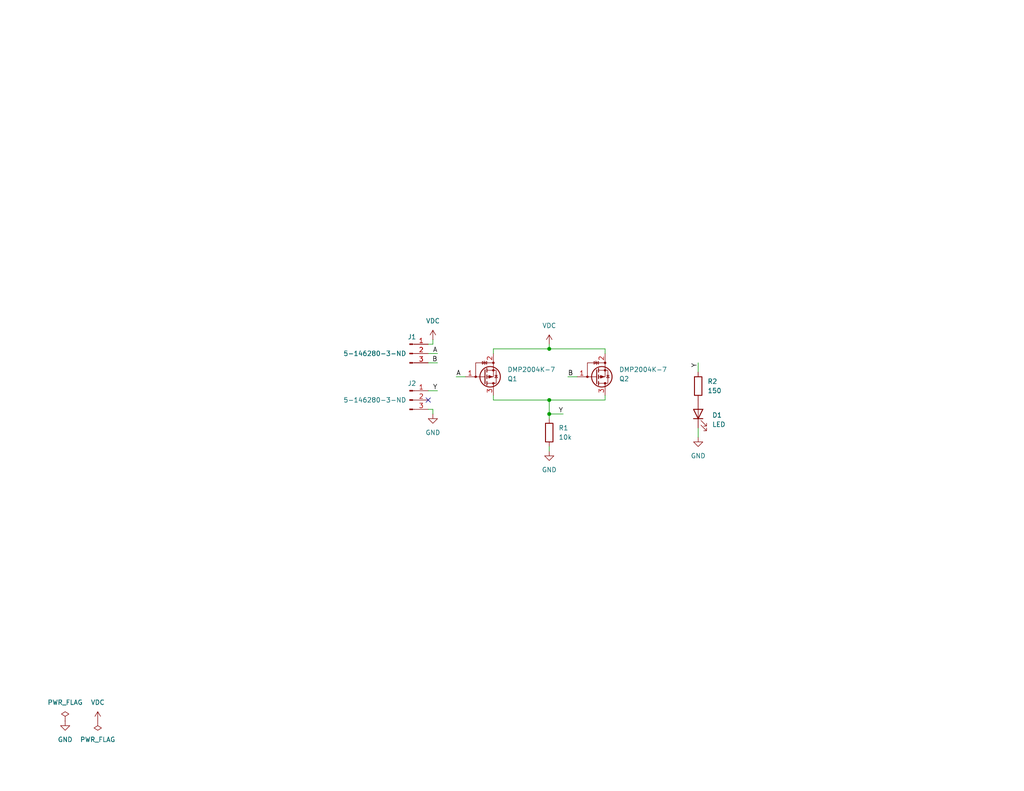
<source format=kicad_sch>
(kicad_sch
	(version 20250114)
	(generator "eeschema")
	(generator_version "9.0")
	(uuid "a97cdf9c-3547-4f1e-b5fe-d70f5ed2f396")
	(paper "USLetter")
	(title_block
		(title "NAND")
		(date "2025-03-24")
		(rev "1")
	)
	(lib_symbols
		(symbol "Connector:Conn_01x03_Pin"
			(pin_names
				(offset 1.016)
				(hide yes)
			)
			(exclude_from_sim no)
			(in_bom yes)
			(on_board yes)
			(property "Reference" "J"
				(at 0 5.08 0)
				(effects
					(font
						(size 1.27 1.27)
					)
				)
			)
			(property "Value" "Conn_01x03_Pin"
				(at 0 -5.08 0)
				(effects
					(font
						(size 1.27 1.27)
					)
				)
			)
			(property "Footprint" ""
				(at 0 0 0)
				(effects
					(font
						(size 1.27 1.27)
					)
					(hide yes)
				)
			)
			(property "Datasheet" "~"
				(at 0 0 0)
				(effects
					(font
						(size 1.27 1.27)
					)
					(hide yes)
				)
			)
			(property "Description" "Generic connector, single row, 01x03, script generated"
				(at 0 0 0)
				(effects
					(font
						(size 1.27 1.27)
					)
					(hide yes)
				)
			)
			(property "ki_locked" ""
				(at 0 0 0)
				(effects
					(font
						(size 1.27 1.27)
					)
				)
			)
			(property "ki_keywords" "connector"
				(at 0 0 0)
				(effects
					(font
						(size 1.27 1.27)
					)
					(hide yes)
				)
			)
			(property "ki_fp_filters" "Connector*:*_1x??_*"
				(at 0 0 0)
				(effects
					(font
						(size 1.27 1.27)
					)
					(hide yes)
				)
			)
			(symbol "Conn_01x03_Pin_1_1"
				(rectangle
					(start 0.8636 2.667)
					(end 0 2.413)
					(stroke
						(width 0.1524)
						(type default)
					)
					(fill
						(type outline)
					)
				)
				(rectangle
					(start 0.8636 0.127)
					(end 0 -0.127)
					(stroke
						(width 0.1524)
						(type default)
					)
					(fill
						(type outline)
					)
				)
				(rectangle
					(start 0.8636 -2.413)
					(end 0 -2.667)
					(stroke
						(width 0.1524)
						(type default)
					)
					(fill
						(type outline)
					)
				)
				(polyline
					(pts
						(xy 1.27 2.54) (xy 0.8636 2.54)
					)
					(stroke
						(width 0.1524)
						(type default)
					)
					(fill
						(type none)
					)
				)
				(polyline
					(pts
						(xy 1.27 0) (xy 0.8636 0)
					)
					(stroke
						(width 0.1524)
						(type default)
					)
					(fill
						(type none)
					)
				)
				(polyline
					(pts
						(xy 1.27 -2.54) (xy 0.8636 -2.54)
					)
					(stroke
						(width 0.1524)
						(type default)
					)
					(fill
						(type none)
					)
				)
				(pin passive line
					(at 5.08 2.54 180)
					(length 3.81)
					(name "Pin_1"
						(effects
							(font
								(size 1.27 1.27)
							)
						)
					)
					(number "1"
						(effects
							(font
								(size 1.27 1.27)
							)
						)
					)
				)
				(pin passive line
					(at 5.08 0 180)
					(length 3.81)
					(name "Pin_2"
						(effects
							(font
								(size 1.27 1.27)
							)
						)
					)
					(number "2"
						(effects
							(font
								(size 1.27 1.27)
							)
						)
					)
				)
				(pin passive line
					(at 5.08 -2.54 180)
					(length 3.81)
					(name "Pin_3"
						(effects
							(font
								(size 1.27 1.27)
							)
						)
					)
					(number "3"
						(effects
							(font
								(size 1.27 1.27)
							)
						)
					)
				)
			)
			(embedded_fonts no)
		)
		(symbol "Device:LED"
			(pin_numbers
				(hide yes)
			)
			(pin_names
				(offset 1.016)
				(hide yes)
			)
			(exclude_from_sim no)
			(in_bom yes)
			(on_board yes)
			(property "Reference" "D"
				(at 0 2.54 0)
				(effects
					(font
						(size 1.27 1.27)
					)
				)
			)
			(property "Value" "LED"
				(at 0 -2.54 0)
				(effects
					(font
						(size 1.27 1.27)
					)
				)
			)
			(property "Footprint" ""
				(at 0 0 0)
				(effects
					(font
						(size 1.27 1.27)
					)
					(hide yes)
				)
			)
			(property "Datasheet" "~"
				(at 0 0 0)
				(effects
					(font
						(size 1.27 1.27)
					)
					(hide yes)
				)
			)
			(property "Description" "Light emitting diode"
				(at 0 0 0)
				(effects
					(font
						(size 1.27 1.27)
					)
					(hide yes)
				)
			)
			(property "Sim.Pins" "1=K 2=A"
				(at 0 0 0)
				(effects
					(font
						(size 1.27 1.27)
					)
					(hide yes)
				)
			)
			(property "ki_keywords" "LED diode"
				(at 0 0 0)
				(effects
					(font
						(size 1.27 1.27)
					)
					(hide yes)
				)
			)
			(property "ki_fp_filters" "LED* LED_SMD:* LED_THT:*"
				(at 0 0 0)
				(effects
					(font
						(size 1.27 1.27)
					)
					(hide yes)
				)
			)
			(symbol "LED_0_1"
				(polyline
					(pts
						(xy -3.048 -0.762) (xy -4.572 -2.286) (xy -3.81 -2.286) (xy -4.572 -2.286) (xy -4.572 -1.524)
					)
					(stroke
						(width 0)
						(type default)
					)
					(fill
						(type none)
					)
				)
				(polyline
					(pts
						(xy -1.778 -0.762) (xy -3.302 -2.286) (xy -2.54 -2.286) (xy -3.302 -2.286) (xy -3.302 -1.524)
					)
					(stroke
						(width 0)
						(type default)
					)
					(fill
						(type none)
					)
				)
				(polyline
					(pts
						(xy -1.27 0) (xy 1.27 0)
					)
					(stroke
						(width 0)
						(type default)
					)
					(fill
						(type none)
					)
				)
				(polyline
					(pts
						(xy -1.27 -1.27) (xy -1.27 1.27)
					)
					(stroke
						(width 0.254)
						(type default)
					)
					(fill
						(type none)
					)
				)
				(polyline
					(pts
						(xy 1.27 -1.27) (xy 1.27 1.27) (xy -1.27 0) (xy 1.27 -1.27)
					)
					(stroke
						(width 0.254)
						(type default)
					)
					(fill
						(type none)
					)
				)
			)
			(symbol "LED_1_1"
				(pin passive line
					(at -3.81 0 0)
					(length 2.54)
					(name "K"
						(effects
							(font
								(size 1.27 1.27)
							)
						)
					)
					(number "1"
						(effects
							(font
								(size 1.27 1.27)
							)
						)
					)
				)
				(pin passive line
					(at 3.81 0 180)
					(length 2.54)
					(name "A"
						(effects
							(font
								(size 1.27 1.27)
							)
						)
					)
					(number "2"
						(effects
							(font
								(size 1.27 1.27)
							)
						)
					)
				)
			)
			(embedded_fonts no)
		)
		(symbol "Device:R"
			(pin_numbers
				(hide yes)
			)
			(pin_names
				(offset 0)
			)
			(exclude_from_sim no)
			(in_bom yes)
			(on_board yes)
			(property "Reference" "R"
				(at 2.032 0 90)
				(effects
					(font
						(size 1.27 1.27)
					)
				)
			)
			(property "Value" "R"
				(at 0 0 90)
				(effects
					(font
						(size 1.27 1.27)
					)
				)
			)
			(property "Footprint" ""
				(at -1.778 0 90)
				(effects
					(font
						(size 1.27 1.27)
					)
					(hide yes)
				)
			)
			(property "Datasheet" "~"
				(at 0 0 0)
				(effects
					(font
						(size 1.27 1.27)
					)
					(hide yes)
				)
			)
			(property "Description" "Resistor"
				(at 0 0 0)
				(effects
					(font
						(size 1.27 1.27)
					)
					(hide yes)
				)
			)
			(property "ki_keywords" "R res resistor"
				(at 0 0 0)
				(effects
					(font
						(size 1.27 1.27)
					)
					(hide yes)
				)
			)
			(property "ki_fp_filters" "R_*"
				(at 0 0 0)
				(effects
					(font
						(size 1.27 1.27)
					)
					(hide yes)
				)
			)
			(symbol "R_0_1"
				(rectangle
					(start -1.016 -2.54)
					(end 1.016 2.54)
					(stroke
						(width 0.254)
						(type default)
					)
					(fill
						(type none)
					)
				)
			)
			(symbol "R_1_1"
				(pin passive line
					(at 0 3.81 270)
					(length 1.27)
					(name "~"
						(effects
							(font
								(size 1.27 1.27)
							)
						)
					)
					(number "1"
						(effects
							(font
								(size 1.27 1.27)
							)
						)
					)
				)
				(pin passive line
					(at 0 -3.81 90)
					(length 1.27)
					(name "~"
						(effects
							(font
								(size 1.27 1.27)
							)
						)
					)
					(number "2"
						(effects
							(font
								(size 1.27 1.27)
							)
						)
					)
				)
			)
			(embedded_fonts no)
		)
		(symbol "Logic:DMP2004K-7"
			(pin_names
				(offset 0)
				(hide yes)
			)
			(exclude_from_sim no)
			(in_bom yes)
			(on_board yes)
			(property "Reference" "Q"
				(at 5.08 1.905 0)
				(effects
					(font
						(size 1.27 1.27)
					)
					(justify left)
				)
			)
			(property "Value" "DMP2004K-7"
				(at 5.08 0 0)
				(effects
					(font
						(size 1.27 1.27)
					)
					(justify left)
				)
			)
			(property "Footprint" "Package_TO_SOT_SMD:SOT-23"
				(at 5.08 2.54 0)
				(effects
					(font
						(size 1.27 1.27)
					)
					(hide yes)
				)
			)
			(property "Datasheet" "https://www.diodes.com/assets/Datasheets/ds30933.pdf"
				(at 0 0 0)
				(effects
					(font
						(size 1.27 1.27)
					)
					(hide yes)
				)
			)
			(property "Description" "P-channel enhancement mode MOSFET"
				(at 0 0 0)
				(effects
					(font
						(size 1.27 1.27)
					)
					(hide yes)
				)
			)
			(property "ki_keywords" "transistor PMOS P-MOS P-MOSFET"
				(at 0 0 0)
				(effects
					(font
						(size 1.27 1.27)
					)
					(hide yes)
				)
			)
			(symbol "DMP2004K-7_0_1"
				(polyline
					(pts
						(xy 0.254 1.905) (xy 0.254 -1.905)
					)
					(stroke
						(width 0.254)
						(type default)
					)
					(fill
						(type none)
					)
				)
				(polyline
					(pts
						(xy 0.254 0) (xy -2.54 0)
					)
					(stroke
						(width 0)
						(type default)
					)
					(fill
						(type none)
					)
				)
				(polyline
					(pts
						(xy 0.762 2.286) (xy 0.762 1.27)
					)
					(stroke
						(width 0.254)
						(type default)
					)
					(fill
						(type none)
					)
				)
				(polyline
					(pts
						(xy 0.762 1.778) (xy 3.302 1.778) (xy 3.302 -1.778) (xy 0.762 -1.778)
					)
					(stroke
						(width 0)
						(type default)
					)
					(fill
						(type none)
					)
				)
				(polyline
					(pts
						(xy 0.762 0.508) (xy 0.762 -0.508)
					)
					(stroke
						(width 0.254)
						(type default)
					)
					(fill
						(type none)
					)
				)
				(polyline
					(pts
						(xy 0.762 -1.27) (xy 0.762 -2.286)
					)
					(stroke
						(width 0.254)
						(type default)
					)
					(fill
						(type none)
					)
				)
				(circle
					(center 1.651 0)
					(radius 2.794)
					(stroke
						(width 0.254)
						(type default)
					)
					(fill
						(type none)
					)
				)
				(polyline
					(pts
						(xy 2.286 0) (xy 1.27 0.381) (xy 1.27 -0.381) (xy 2.286 0)
					)
					(stroke
						(width 0)
						(type default)
					)
					(fill
						(type outline)
					)
				)
				(polyline
					(pts
						(xy 2.54 2.54) (xy 2.54 1.778)
					)
					(stroke
						(width 0)
						(type default)
					)
					(fill
						(type none)
					)
				)
				(circle
					(center 2.54 1.778)
					(radius 0.254)
					(stroke
						(width 0)
						(type default)
					)
					(fill
						(type outline)
					)
				)
				(circle
					(center 2.54 -1.778)
					(radius 0.254)
					(stroke
						(width 0)
						(type default)
					)
					(fill
						(type outline)
					)
				)
				(polyline
					(pts
						(xy 2.54 -3.81) (xy -2.286 -3.81) (xy -2.286 0)
					)
					(stroke
						(width 0)
						(type default)
					)
					(fill
						(type none)
					)
				)
				(polyline
					(pts
						(xy 2.54 -3.81) (xy 2.54 0) (xy 0.762 0)
					)
					(stroke
						(width 0)
						(type default)
					)
					(fill
						(type none)
					)
				)
				(polyline
					(pts
						(xy 2.921 -0.381) (xy 3.683 -0.381)
					)
					(stroke
						(width 0)
						(type default)
					)
					(fill
						(type none)
					)
				)
				(polyline
					(pts
						(xy 3.302 -0.381) (xy 2.921 0.254) (xy 3.683 0.254) (xy 3.302 -0.381)
					)
					(stroke
						(width 0)
						(type default)
					)
					(fill
						(type none)
					)
				)
			)
			(symbol "DMP2004K-7_1_1"
				(circle
					(center -2.286 0)
					(radius 0.254)
					(stroke
						(width 0)
						(type default)
					)
					(fill
						(type outline)
					)
				)
				(polyline
					(pts
						(xy 0 -4.318) (xy 0.127 -4.191) (xy 0.127 -3.429) (xy 0.254 -3.302)
					)
					(stroke
						(width 0)
						(type default)
					)
					(fill
						(type none)
					)
				)
				(polyline
					(pts
						(xy 0.127 -3.81) (xy -0.508 -3.429) (xy -0.508 -4.191) (xy 0.127 -3.81)
					)
					(stroke
						(width 0)
						(type default)
					)
					(fill
						(type none)
					)
				)
				(polyline
					(pts
						(xy 0.127 -3.81) (xy 0.762 -4.191) (xy 0.762 -3.429) (xy 0.127 -3.81)
					)
					(stroke
						(width 0)
						(type default)
					)
					(fill
						(type none)
					)
				)
				(circle
					(center 2.54 -3.81)
					(radius 0.254)
					(stroke
						(width 0)
						(type default)
					)
					(fill
						(type outline)
					)
				)
				(pin input line
					(at -5.08 0 0)
					(length 2.54)
					(name "G"
						(effects
							(font
								(size 1.27 1.27)
							)
						)
					)
					(number "1"
						(effects
							(font
								(size 1.27 1.27)
							)
						)
					)
				)
				(pin passive line
					(at 2.54 5.08 270)
					(length 2.54)
					(name "D"
						(effects
							(font
								(size 1.27 1.27)
							)
						)
					)
					(number "3"
						(effects
							(font
								(size 1.27 1.27)
							)
						)
					)
				)
				(pin passive line
					(at 2.54 -6.35 90)
					(length 2.54)
					(name "S"
						(effects
							(font
								(size 1.27 1.27)
							)
						)
					)
					(number "2"
						(effects
							(font
								(size 1.27 1.27)
							)
						)
					)
				)
			)
			(embedded_fonts no)
		)
		(symbol "power:GND"
			(power)
			(pin_numbers
				(hide yes)
			)
			(pin_names
				(offset 0)
				(hide yes)
			)
			(exclude_from_sim no)
			(in_bom yes)
			(on_board yes)
			(property "Reference" "#PWR"
				(at 0 -6.35 0)
				(effects
					(font
						(size 1.27 1.27)
					)
					(hide yes)
				)
			)
			(property "Value" "GND"
				(at 0 -3.81 0)
				(effects
					(font
						(size 1.27 1.27)
					)
				)
			)
			(property "Footprint" ""
				(at 0 0 0)
				(effects
					(font
						(size 1.27 1.27)
					)
					(hide yes)
				)
			)
			(property "Datasheet" ""
				(at 0 0 0)
				(effects
					(font
						(size 1.27 1.27)
					)
					(hide yes)
				)
			)
			(property "Description" "Power symbol creates a global label with name \"GND\" , ground"
				(at 0 0 0)
				(effects
					(font
						(size 1.27 1.27)
					)
					(hide yes)
				)
			)
			(property "ki_keywords" "global power"
				(at 0 0 0)
				(effects
					(font
						(size 1.27 1.27)
					)
					(hide yes)
				)
			)
			(symbol "GND_0_1"
				(polyline
					(pts
						(xy 0 0) (xy 0 -1.27) (xy 1.27 -1.27) (xy 0 -2.54) (xy -1.27 -1.27) (xy 0 -1.27)
					)
					(stroke
						(width 0)
						(type default)
					)
					(fill
						(type none)
					)
				)
			)
			(symbol "GND_1_1"
				(pin power_in line
					(at 0 0 270)
					(length 0)
					(name "~"
						(effects
							(font
								(size 1.27 1.27)
							)
						)
					)
					(number "1"
						(effects
							(font
								(size 1.27 1.27)
							)
						)
					)
				)
			)
			(embedded_fonts no)
		)
		(symbol "power:PWR_FLAG"
			(power)
			(pin_numbers
				(hide yes)
			)
			(pin_names
				(offset 0)
				(hide yes)
			)
			(exclude_from_sim no)
			(in_bom yes)
			(on_board yes)
			(property "Reference" "#FLG"
				(at 0 1.905 0)
				(effects
					(font
						(size 1.27 1.27)
					)
					(hide yes)
				)
			)
			(property "Value" "PWR_FLAG"
				(at 0 3.81 0)
				(effects
					(font
						(size 1.27 1.27)
					)
				)
			)
			(property "Footprint" ""
				(at 0 0 0)
				(effects
					(font
						(size 1.27 1.27)
					)
					(hide yes)
				)
			)
			(property "Datasheet" "~"
				(at 0 0 0)
				(effects
					(font
						(size 1.27 1.27)
					)
					(hide yes)
				)
			)
			(property "Description" "Special symbol for telling ERC where power comes from"
				(at 0 0 0)
				(effects
					(font
						(size 1.27 1.27)
					)
					(hide yes)
				)
			)
			(property "ki_keywords" "flag power"
				(at 0 0 0)
				(effects
					(font
						(size 1.27 1.27)
					)
					(hide yes)
				)
			)
			(symbol "PWR_FLAG_0_0"
				(pin power_out line
					(at 0 0 90)
					(length 0)
					(name "~"
						(effects
							(font
								(size 1.27 1.27)
							)
						)
					)
					(number "1"
						(effects
							(font
								(size 1.27 1.27)
							)
						)
					)
				)
			)
			(symbol "PWR_FLAG_0_1"
				(polyline
					(pts
						(xy 0 0) (xy 0 1.27) (xy -1.016 1.905) (xy 0 2.54) (xy 1.016 1.905) (xy 0 1.27)
					)
					(stroke
						(width 0)
						(type default)
					)
					(fill
						(type none)
					)
				)
			)
			(embedded_fonts no)
		)
		(symbol "power:VDC"
			(power)
			(pin_numbers
				(hide yes)
			)
			(pin_names
				(offset 0)
				(hide yes)
			)
			(exclude_from_sim no)
			(in_bom yes)
			(on_board yes)
			(property "Reference" "#PWR"
				(at 0 -3.81 0)
				(effects
					(font
						(size 1.27 1.27)
					)
					(hide yes)
				)
			)
			(property "Value" "VDC"
				(at 0 3.556 0)
				(effects
					(font
						(size 1.27 1.27)
					)
				)
			)
			(property "Footprint" ""
				(at 0 0 0)
				(effects
					(font
						(size 1.27 1.27)
					)
					(hide yes)
				)
			)
			(property "Datasheet" ""
				(at 0 0 0)
				(effects
					(font
						(size 1.27 1.27)
					)
					(hide yes)
				)
			)
			(property "Description" "Power symbol creates a global label with name \"VDC\""
				(at 0 0 0)
				(effects
					(font
						(size 1.27 1.27)
					)
					(hide yes)
				)
			)
			(property "ki_keywords" "global power"
				(at 0 0 0)
				(effects
					(font
						(size 1.27 1.27)
					)
					(hide yes)
				)
			)
			(symbol "VDC_0_1"
				(polyline
					(pts
						(xy -0.762 1.27) (xy 0 2.54)
					)
					(stroke
						(width 0)
						(type default)
					)
					(fill
						(type none)
					)
				)
				(polyline
					(pts
						(xy 0 2.54) (xy 0.762 1.27)
					)
					(stroke
						(width 0)
						(type default)
					)
					(fill
						(type none)
					)
				)
				(polyline
					(pts
						(xy 0 0) (xy 0 2.54)
					)
					(stroke
						(width 0)
						(type default)
					)
					(fill
						(type none)
					)
				)
			)
			(symbol "VDC_1_1"
				(pin power_in line
					(at 0 0 90)
					(length 0)
					(name "~"
						(effects
							(font
								(size 1.27 1.27)
							)
						)
					)
					(number "1"
						(effects
							(font
								(size 1.27 1.27)
							)
						)
					)
				)
			)
			(embedded_fonts no)
		)
	)
	(junction
		(at 149.86 95.25)
		(diameter 0)
		(color 0 0 0 0)
		(uuid "2b59684e-2591-484b-a667-7f74682e9b74")
	)
	(junction
		(at 149.86 109.22)
		(diameter 0)
		(color 0 0 0 0)
		(uuid "6364b2b8-603e-43dd-97f3-21d17407d5e7")
	)
	(junction
		(at 149.86 113.03)
		(diameter 0)
		(color 0 0 0 0)
		(uuid "9d3a0a83-e082-47d5-b55a-c507fecee112")
	)
	(no_connect
		(at 116.84 109.22)
		(uuid "24179fc8-e3d0-41be-bfa2-b531fcd31194")
	)
	(wire
		(pts
			(xy 119.38 106.68) (xy 116.84 106.68)
		)
		(stroke
			(width 0)
			(type default)
		)
		(uuid "071cb283-01cb-43ef-9d6f-27fbc4e52f0f")
	)
	(wire
		(pts
			(xy 154.94 102.87) (xy 157.48 102.87)
		)
		(stroke
			(width 0)
			(type default)
		)
		(uuid "1715f96a-f31e-4044-800f-db7d7cda2a5b")
	)
	(wire
		(pts
			(xy 149.86 95.25) (xy 165.1 95.25)
		)
		(stroke
			(width 0)
			(type default)
		)
		(uuid "281fee75-3def-4c45-9407-515d0b1179f2")
	)
	(wire
		(pts
			(xy 149.86 123.19) (xy 149.86 121.92)
		)
		(stroke
			(width 0)
			(type default)
		)
		(uuid "2dc819ba-8b5e-4230-a4c9-208464915efb")
	)
	(wire
		(pts
			(xy 118.11 111.76) (xy 118.11 113.03)
		)
		(stroke
			(width 0)
			(type default)
		)
		(uuid "2f55af26-4510-4a4c-9ef0-a0d81060be8d")
	)
	(wire
		(pts
			(xy 149.86 109.22) (xy 149.86 113.03)
		)
		(stroke
			(width 0)
			(type default)
		)
		(uuid "360bfa8d-5864-42cf-a6be-c950009e8006")
	)
	(wire
		(pts
			(xy 118.11 92.71) (xy 118.11 93.98)
		)
		(stroke
			(width 0)
			(type default)
		)
		(uuid "47f2263e-71fe-4568-a518-57c7ea568fe0")
	)
	(wire
		(pts
			(xy 116.84 111.76) (xy 118.11 111.76)
		)
		(stroke
			(width 0)
			(type default)
		)
		(uuid "6613f9a6-dcfb-49e5-b40f-e73e62d9a3f8")
	)
	(wire
		(pts
			(xy 134.62 109.22) (xy 149.86 109.22)
		)
		(stroke
			(width 0)
			(type default)
		)
		(uuid "7b007f1c-c27d-4572-a38b-915928b88a58")
	)
	(wire
		(pts
			(xy 153.67 113.03) (xy 149.86 113.03)
		)
		(stroke
			(width 0)
			(type default)
		)
		(uuid "89f1d4da-6693-42f9-b32d-f3865294660f")
	)
	(wire
		(pts
			(xy 165.1 109.22) (xy 165.1 107.95)
		)
		(stroke
			(width 0)
			(type default)
		)
		(uuid "986cf93a-28c5-4b26-ba39-cb375b6c9a92")
	)
	(wire
		(pts
			(xy 190.5 99.06) (xy 190.5 101.6)
		)
		(stroke
			(width 0)
			(type default)
		)
		(uuid "9f4c8a9d-cce3-4694-8c45-caacbb477e92")
	)
	(wire
		(pts
			(xy 134.62 95.25) (xy 149.86 95.25)
		)
		(stroke
			(width 0)
			(type default)
		)
		(uuid "a2899d51-0f4e-4b3c-a8d3-286136d6240c")
	)
	(wire
		(pts
			(xy 124.46 102.87) (xy 127 102.87)
		)
		(stroke
			(width 0)
			(type default)
		)
		(uuid "a560e953-bf90-436d-9a2e-dbb93de961fe")
	)
	(wire
		(pts
			(xy 149.86 109.22) (xy 165.1 109.22)
		)
		(stroke
			(width 0)
			(type default)
		)
		(uuid "a5c458d7-c6f1-4d99-8198-fe428eeb6c1f")
	)
	(wire
		(pts
			(xy 165.1 95.25) (xy 165.1 96.52)
		)
		(stroke
			(width 0)
			(type default)
		)
		(uuid "a5df5e08-9580-4683-8293-ce1b42a3bd0e")
	)
	(wire
		(pts
			(xy 134.62 109.22) (xy 134.62 107.95)
		)
		(stroke
			(width 0)
			(type default)
		)
		(uuid "ad6632ea-7dd4-4ece-91de-db3d44e8b5f0")
	)
	(wire
		(pts
			(xy 119.38 96.52) (xy 116.84 96.52)
		)
		(stroke
			(width 0)
			(type default)
		)
		(uuid "ca870acc-9b86-4caf-9c73-726cf0ecb385")
	)
	(wire
		(pts
			(xy 134.62 95.25) (xy 134.62 96.52)
		)
		(stroke
			(width 0)
			(type default)
		)
		(uuid "cb3c6088-717e-4196-aaab-a0566dbab053")
	)
	(wire
		(pts
			(xy 149.86 93.98) (xy 149.86 95.25)
		)
		(stroke
			(width 0)
			(type default)
		)
		(uuid "ddeda924-ee59-4d0a-ab4a-64f8641a6e85")
	)
	(wire
		(pts
			(xy 149.86 113.03) (xy 149.86 114.3)
		)
		(stroke
			(width 0)
			(type default)
		)
		(uuid "e6b8d05c-3844-45b3-ab4b-2ba2264e8105")
	)
	(wire
		(pts
			(xy 190.5 119.38) (xy 190.5 116.84)
		)
		(stroke
			(width 0)
			(type default)
		)
		(uuid "ef1c9456-5eb8-4390-9d1b-a98e7b656f25")
	)
	(wire
		(pts
			(xy 118.11 93.98) (xy 116.84 93.98)
		)
		(stroke
			(width 0)
			(type default)
		)
		(uuid "f83cb7ba-19e4-4897-aeea-72e0355d8fe9")
	)
	(wire
		(pts
			(xy 119.38 99.06) (xy 116.84 99.06)
		)
		(stroke
			(width 0)
			(type default)
		)
		(uuid "fdc12bc7-6b83-49b0-aaff-5bb6613f936c")
	)
	(label "B"
		(at 119.38 99.06 180)
		(effects
			(font
				(size 1.27 1.27)
			)
			(justify right bottom)
		)
		(uuid "6ef47a2d-f85a-4ab1-a382-7823a188e065")
	)
	(label "Y"
		(at 153.67 113.03 180)
		(effects
			(font
				(size 1.27 1.27)
			)
			(justify right bottom)
		)
		(uuid "7be05160-5e9f-428a-a7f2-8eee417ff739")
	)
	(label "Y"
		(at 190.5 99.06 270)
		(effects
			(font
				(size 1.27 1.27)
			)
			(justify right bottom)
		)
		(uuid "98f0bcfb-f050-4f57-942f-ee0644c2f68c")
	)
	(label "Y"
		(at 119.38 106.68 180)
		(effects
			(font
				(size 1.27 1.27)
			)
			(justify right bottom)
		)
		(uuid "a408627d-919d-4cea-b4b8-4c266d6aa7f8")
	)
	(label "A"
		(at 119.38 96.52 180)
		(effects
			(font
				(size 1.27 1.27)
			)
			(justify right bottom)
		)
		(uuid "ca65f0ce-4ac6-4bb5-a8fb-4f5319be946d")
	)
	(label "B"
		(at 154.94 102.87 0)
		(effects
			(font
				(size 1.27 1.27)
			)
			(justify left bottom)
		)
		(uuid "cac4b422-3c82-4758-b875-ccbd004046c0")
	)
	(label "A"
		(at 124.46 102.87 0)
		(effects
			(font
				(size 1.27 1.27)
			)
			(justify left bottom)
		)
		(uuid "faad17dc-e96f-4102-873e-a930cbc89641")
	)
	(symbol
		(lib_id "power:GND")
		(at 149.86 123.19 0)
		(unit 1)
		(exclude_from_sim no)
		(in_bom yes)
		(on_board yes)
		(dnp no)
		(fields_autoplaced yes)
		(uuid "19f2d892-c117-4745-94f6-2c1525fa9dd2")
		(property "Reference" "#PWR08"
			(at 149.86 129.54 0)
			(effects
				(font
					(size 1.27 1.27)
				)
				(hide yes)
			)
		)
		(property "Value" "GND"
			(at 149.86 128.27 0)
			(effects
				(font
					(size 1.27 1.27)
				)
			)
		)
		(property "Footprint" ""
			(at 149.86 123.19 0)
			(effects
				(font
					(size 1.27 1.27)
				)
				(hide yes)
			)
		)
		(property "Datasheet" ""
			(at 149.86 123.19 0)
			(effects
				(font
					(size 1.27 1.27)
				)
				(hide yes)
			)
		)
		(property "Description" "Power symbol creates a global label with name \"GND\" , ground"
			(at 149.86 123.19 0)
			(effects
				(font
					(size 1.27 1.27)
				)
				(hide yes)
			)
		)
		(pin "1"
			(uuid "f99182f1-614e-430d-abae-49911bd5a35d")
		)
		(instances
			(project "NAND"
				(path "/a97cdf9c-3547-4f1e-b5fe-d70f5ed2f396"
					(reference "#PWR08")
					(unit 1)
				)
			)
		)
	)
	(symbol
		(lib_id "power:GND")
		(at 190.5 119.38 0)
		(unit 1)
		(exclude_from_sim no)
		(in_bom yes)
		(on_board yes)
		(dnp no)
		(fields_autoplaced yes)
		(uuid "2d32cb1a-ed96-4c41-b40f-4e4b627defe4")
		(property "Reference" "#PWR09"
			(at 190.5 125.73 0)
			(effects
				(font
					(size 1.27 1.27)
				)
				(hide yes)
			)
		)
		(property "Value" "GND"
			(at 190.5 124.46 0)
			(effects
				(font
					(size 1.27 1.27)
				)
			)
		)
		(property "Footprint" ""
			(at 190.5 119.38 0)
			(effects
				(font
					(size 1.27 1.27)
				)
				(hide yes)
			)
		)
		(property "Datasheet" ""
			(at 190.5 119.38 0)
			(effects
				(font
					(size 1.27 1.27)
				)
				(hide yes)
			)
		)
		(property "Description" "Power symbol creates a global label with name \"GND\" , ground"
			(at 190.5 119.38 0)
			(effects
				(font
					(size 1.27 1.27)
				)
				(hide yes)
			)
		)
		(pin "1"
			(uuid "2f7b96c4-6957-4e28-8ee0-ef9e3543254b")
		)
		(instances
			(project "NAND"
				(path "/a97cdf9c-3547-4f1e-b5fe-d70f5ed2f396"
					(reference "#PWR09")
					(unit 1)
				)
			)
		)
	)
	(symbol
		(lib_id "power:GND")
		(at 118.11 113.03 0)
		(unit 1)
		(exclude_from_sim no)
		(in_bom yes)
		(on_board yes)
		(dnp no)
		(fields_autoplaced yes)
		(uuid "3473c40a-c325-48e7-89de-2d3050fcd5b6")
		(property "Reference" "#PWR06"
			(at 118.11 119.38 0)
			(effects
				(font
					(size 1.27 1.27)
				)
				(hide yes)
			)
		)
		(property "Value" "GND"
			(at 118.11 118.11 0)
			(effects
				(font
					(size 1.27 1.27)
				)
			)
		)
		(property "Footprint" ""
			(at 118.11 113.03 0)
			(effects
				(font
					(size 1.27 1.27)
				)
				(hide yes)
			)
		)
		(property "Datasheet" ""
			(at 118.11 113.03 0)
			(effects
				(font
					(size 1.27 1.27)
				)
				(hide yes)
			)
		)
		(property "Description" "Power symbol creates a global label with name \"GND\" , ground"
			(at 118.11 113.03 0)
			(effects
				(font
					(size 1.27 1.27)
				)
				(hide yes)
			)
		)
		(pin "1"
			(uuid "9f9cf809-f712-4daf-af63-eebacdcbea91")
		)
		(instances
			(project "NAND"
				(path "/a97cdf9c-3547-4f1e-b5fe-d70f5ed2f396"
					(reference "#PWR06")
					(unit 1)
				)
			)
		)
	)
	(symbol
		(lib_id "Device:R")
		(at 190.5 105.41 0)
		(unit 1)
		(exclude_from_sim no)
		(in_bom yes)
		(on_board yes)
		(dnp no)
		(fields_autoplaced yes)
		(uuid "406a865e-a7a8-4bb1-ace0-59b6def5f417")
		(property "Reference" "R2"
			(at 193.04 104.1399 0)
			(effects
				(font
					(size 1.27 1.27)
				)
				(justify left)
			)
		)
		(property "Value" "150"
			(at 193.04 106.6799 0)
			(effects
				(font
					(size 1.27 1.27)
				)
				(justify left)
			)
		)
		(property "Footprint" "Resistor_SMD:R_0603_1608Metric"
			(at 188.722 105.41 90)
			(effects
				(font
					(size 1.27 1.27)
				)
				(hide yes)
			)
		)
		(property "Datasheet" "https://fscdn.rohm.com/en/products/databook/datasheet/passive/resistor/chip_resistor/esr-e.pdf"
			(at 190.5 105.41 0)
			(effects
				(font
					(size 1.27 1.27)
				)
				(hide yes)
			)
		)
		(property "Description" "150 Ohms ±5% 0.25W, 1/4W Chip Resistor 0603 (1608 Metric)"
			(at 190.5 105.41 0)
			(effects
				(font
					(size 1.27 1.27)
				)
				(hide yes)
			)
		)
		(pin "2"
			(uuid "4d49647d-754e-4b91-906b-4d7928ad445a")
		)
		(pin "1"
			(uuid "1f208348-5387-4689-a2a6-6200cad10744")
		)
		(instances
			(project "NAND"
				(path "/a97cdf9c-3547-4f1e-b5fe-d70f5ed2f396"
					(reference "R2")
					(unit 1)
				)
			)
		)
	)
	(symbol
		(lib_id "Logic:DMP2004K-7")
		(at 132.08 102.87 0)
		(mirror x)
		(unit 1)
		(exclude_from_sim no)
		(in_bom yes)
		(on_board yes)
		(dnp no)
		(uuid "6e401594-ad78-4f6d-82ad-a4c61f8db066")
		(property "Reference" "Q1"
			(at 138.43 103.4416 0)
			(effects
				(font
					(size 1.27 1.27)
				)
				(justify left)
			)
		)
		(property "Value" "DMP2004K-7"
			(at 138.43 100.9016 0)
			(effects
				(font
					(size 1.27 1.27)
				)
				(justify left)
			)
		)
		(property "Footprint" "Package_TO_SOT_SMD:SOT-23"
			(at 137.16 105.41 0)
			(effects
				(font
					(size 1.27 1.27)
				)
				(hide yes)
			)
		)
		(property "Datasheet" "https://www.diodes.com/assets/Datasheets/ds30933.pdf"
			(at 132.08 102.87 0)
			(effects
				(font
					(size 1.27 1.27)
				)
				(hide yes)
			)
		)
		(property "Description" "P-channel enhancement mode MOSFET"
			(at 132.08 102.87 0)
			(effects
				(font
					(size 1.27 1.27)
				)
				(hide yes)
			)
		)
		(pin "3"
			(uuid "fe93d51e-da2b-47e0-820a-5d5581f219fc")
		)
		(pin "1"
			(uuid "826954cf-06f2-49e8-94ee-65f7f07d54e3")
		)
		(pin "2"
			(uuid "87d98fc5-a9fc-4860-871b-9ae84999b83d")
		)
		(instances
			(project ""
				(path "/a97cdf9c-3547-4f1e-b5fe-d70f5ed2f396"
					(reference "Q1")
					(unit 1)
				)
			)
		)
	)
	(symbol
		(lib_id "power:VDC")
		(at 26.67 196.85 0)
		(unit 1)
		(exclude_from_sim no)
		(in_bom yes)
		(on_board yes)
		(dnp no)
		(fields_autoplaced yes)
		(uuid "7b4e4539-b10e-4821-a99e-8a6cbaa121ca")
		(property "Reference" "#PWR02"
			(at 26.67 200.66 0)
			(effects
				(font
					(size 1.27 1.27)
				)
				(hide yes)
			)
		)
		(property "Value" "VDC"
			(at 26.67 191.77 0)
			(effects
				(font
					(size 1.27 1.27)
				)
			)
		)
		(property "Footprint" ""
			(at 26.67 196.85 0)
			(effects
				(font
					(size 1.27 1.27)
				)
				(hide yes)
			)
		)
		(property "Datasheet" ""
			(at 26.67 196.85 0)
			(effects
				(font
					(size 1.27 1.27)
				)
				(hide yes)
			)
		)
		(property "Description" "Power symbol creates a global label with name \"VDC\""
			(at 26.67 196.85 0)
			(effects
				(font
					(size 1.27 1.27)
				)
				(hide yes)
			)
		)
		(pin "1"
			(uuid "35dd1833-ca04-4f7d-b98e-395acb182495")
		)
		(instances
			(project ""
				(path "/a97cdf9c-3547-4f1e-b5fe-d70f5ed2f396"
					(reference "#PWR02")
					(unit 1)
				)
			)
		)
	)
	(symbol
		(lib_id "power:GND")
		(at 17.78 196.85 0)
		(unit 1)
		(exclude_from_sim no)
		(in_bom yes)
		(on_board yes)
		(dnp no)
		(fields_autoplaced yes)
		(uuid "a61f357b-6f26-4535-b8a3-4efc40566f14")
		(property "Reference" "#PWR01"
			(at 17.78 203.2 0)
			(effects
				(font
					(size 1.27 1.27)
				)
				(hide yes)
			)
		)
		(property "Value" "GND"
			(at 17.78 201.93 0)
			(effects
				(font
					(size 1.27 1.27)
				)
			)
		)
		(property "Footprint" ""
			(at 17.78 196.85 0)
			(effects
				(font
					(size 1.27 1.27)
				)
				(hide yes)
			)
		)
		(property "Datasheet" ""
			(at 17.78 196.85 0)
			(effects
				(font
					(size 1.27 1.27)
				)
				(hide yes)
			)
		)
		(property "Description" "Power symbol creates a global label with name \"GND\" , ground"
			(at 17.78 196.85 0)
			(effects
				(font
					(size 1.27 1.27)
				)
				(hide yes)
			)
		)
		(pin "1"
			(uuid "821795d9-c53b-4d78-8144-2842e4e3e1cb")
		)
		(instances
			(project ""
				(path "/a97cdf9c-3547-4f1e-b5fe-d70f5ed2f396"
					(reference "#PWR01")
					(unit 1)
				)
			)
		)
	)
	(symbol
		(lib_id "Device:R")
		(at 149.86 118.11 0)
		(unit 1)
		(exclude_from_sim no)
		(in_bom yes)
		(on_board yes)
		(dnp no)
		(fields_autoplaced yes)
		(uuid "ac188fce-3ded-47ce-8786-1f516cef3953")
		(property "Reference" "R1"
			(at 152.4 116.8399 0)
			(effects
				(font
					(size 1.27 1.27)
				)
				(justify left)
			)
		)
		(property "Value" "10k"
			(at 152.4 119.3799 0)
			(effects
				(font
					(size 1.27 1.27)
				)
				(justify left)
			)
		)
		(property "Footprint" "Resistor_SMD:R_0603_1608Metric"
			(at 148.082 118.11 90)
			(effects
				(font
					(size 1.27 1.27)
				)
				(hide yes)
			)
		)
		(property "Datasheet" "https://fscdn.rohm.com/en/products/databook/datasheet/passive/resistor/chip_resistor/esr-e.pdf"
			(at 149.86 118.11 0)
			(effects
				(font
					(size 1.27 1.27)
				)
				(hide yes)
			)
		)
		(property "Description" "10 kOhms ±5% 0.25W, 1/4W Chip Resistor 0603 (1608 Metric)"
			(at 149.86 118.11 0)
			(effects
				(font
					(size 1.27 1.27)
				)
				(hide yes)
			)
		)
		(pin "2"
			(uuid "6c3ce4e8-79f2-44bf-a588-a72b3fa21ef1")
		)
		(pin "1"
			(uuid "373dd71c-d094-4a8a-b4a9-53cb70734ac9")
		)
		(instances
			(project ""
				(path "/a97cdf9c-3547-4f1e-b5fe-d70f5ed2f396"
					(reference "R1")
					(unit 1)
				)
			)
		)
	)
	(symbol
		(lib_id "Device:LED")
		(at 190.5 113.03 90)
		(unit 1)
		(exclude_from_sim no)
		(in_bom yes)
		(on_board yes)
		(dnp no)
		(fields_autoplaced yes)
		(uuid "af7048ee-abd9-40fa-8249-c366c583807d")
		(property "Reference" "D1"
			(at 194.31 113.3474 90)
			(effects
				(font
					(size 1.27 1.27)
				)
				(justify right)
			)
		)
		(property "Value" "LED"
			(at 194.31 115.8874 90)
			(effects
				(font
					(size 1.27 1.27)
				)
				(justify right)
			)
		)
		(property "Footprint" "LED_SMD:LED_0603_1608Metric"
			(at 190.5 113.03 0)
			(effects
				(font
					(size 1.27 1.27)
				)
				(hide yes)
			)
		)
		(property "Datasheet" "https://mm.digikey.com/Volume0/opasdata/d220001/medias/docus/858/LTST-C190GKT.pdf"
			(at 190.5 113.03 0)
			(effects
				(font
					(size 1.27 1.27)
				)
				(hide yes)
			)
		)
		(property "Description" "Green 569nm LED Indication - Discrete 2.1V 0603 (1608 Metric)"
			(at 190.5 113.03 0)
			(effects
				(font
					(size 1.27 1.27)
				)
				(hide yes)
			)
		)
		(property "Sim.Pins" "1=K 2=A"
			(at 190.5 113.03 0)
			(effects
				(font
					(size 1.27 1.27)
				)
				(hide yes)
			)
		)
		(pin "1"
			(uuid "ccc7d51a-9498-4684-ba25-7f8af99600c5")
		)
		(pin "2"
			(uuid "f1ed96a9-98dc-4a35-94c8-ca46ba2f0449")
		)
		(instances
			(project ""
				(path "/a97cdf9c-3547-4f1e-b5fe-d70f5ed2f396"
					(reference "D1")
					(unit 1)
				)
			)
		)
	)
	(symbol
		(lib_id "power:PWR_FLAG")
		(at 26.67 196.85 180)
		(unit 1)
		(exclude_from_sim no)
		(in_bom yes)
		(on_board yes)
		(dnp no)
		(fields_autoplaced yes)
		(uuid "bf070ac6-3cd7-4cde-95ac-37f14cee4f0a")
		(property "Reference" "#FLG02"
			(at 26.67 198.755 0)
			(effects
				(font
					(size 1.27 1.27)
				)
				(hide yes)
			)
		)
		(property "Value" "PWR_FLAG"
			(at 26.67 201.93 0)
			(effects
				(font
					(size 1.27 1.27)
				)
			)
		)
		(property "Footprint" ""
			(at 26.67 196.85 0)
			(effects
				(font
					(size 1.27 1.27)
				)
				(hide yes)
			)
		)
		(property "Datasheet" "~"
			(at 26.67 196.85 0)
			(effects
				(font
					(size 1.27 1.27)
				)
				(hide yes)
			)
		)
		(property "Description" "Special symbol for telling ERC where power comes from"
			(at 26.67 196.85 0)
			(effects
				(font
					(size 1.27 1.27)
				)
				(hide yes)
			)
		)
		(pin "1"
			(uuid "4264d24e-2a20-499e-83f7-db2ec211bcd8")
		)
		(instances
			(project "NAND"
				(path "/a97cdf9c-3547-4f1e-b5fe-d70f5ed2f396"
					(reference "#FLG02")
					(unit 1)
				)
			)
		)
	)
	(symbol
		(lib_id "power:PWR_FLAG")
		(at 17.78 196.85 0)
		(unit 1)
		(exclude_from_sim no)
		(in_bom yes)
		(on_board yes)
		(dnp no)
		(fields_autoplaced yes)
		(uuid "cd03e179-40d7-4374-a302-708c4f1a6725")
		(property "Reference" "#FLG01"
			(at 17.78 194.945 0)
			(effects
				(font
					(size 1.27 1.27)
				)
				(hide yes)
			)
		)
		(property "Value" "PWR_FLAG"
			(at 17.78 191.77 0)
			(effects
				(font
					(size 1.27 1.27)
				)
			)
		)
		(property "Footprint" ""
			(at 17.78 196.85 0)
			(effects
				(font
					(size 1.27 1.27)
				)
				(hide yes)
			)
		)
		(property "Datasheet" "~"
			(at 17.78 196.85 0)
			(effects
				(font
					(size 1.27 1.27)
				)
				(hide yes)
			)
		)
		(property "Description" "Special symbol for telling ERC where power comes from"
			(at 17.78 196.85 0)
			(effects
				(font
					(size 1.27 1.27)
				)
				(hide yes)
			)
		)
		(pin "1"
			(uuid "0c038ccf-a928-4a09-845d-62e9fed12467")
		)
		(instances
			(project ""
				(path "/a97cdf9c-3547-4f1e-b5fe-d70f5ed2f396"
					(reference "#FLG01")
					(unit 1)
				)
			)
		)
	)
	(symbol
		(lib_id "Connector:Conn_01x03_Pin")
		(at 111.76 96.52 0)
		(unit 1)
		(exclude_from_sim no)
		(in_bom yes)
		(on_board yes)
		(dnp no)
		(uuid "d0e729a7-b3ed-4e7f-8dac-56a68fed62f1")
		(property "Reference" "J1"
			(at 112.395 92.71 0)
			(effects
				(font
					(size 1.27 1.27)
				)
				(justify bottom)
			)
		)
		(property "Value" "5-146280-3-ND"
			(at 110.871 96.52 0)
			(effects
				(font
					(size 1.27 1.27)
				)
				(justify right)
			)
		)
		(property "Footprint" "Logic:PinHeader_1x03_P2.54mm_Vertical_Top"
			(at 111.76 96.52 0)
			(effects
				(font
					(size 1.27 1.27)
				)
				(hide yes)
			)
		)
		(property "Datasheet" "https://www.te.com/usa-en/product-5-146280-3.datasheet.pdf"
			(at 111.76 96.52 0)
			(effects
				(font
					(size 1.27 1.27)
				)
				(hide yes)
			)
		)
		(property "Description" "Connector Header Through Hole 3 position 0.100\" (2.54mm)"
			(at 111.76 96.52 0)
			(effects
				(font
					(size 1.27 1.27)
				)
				(hide yes)
			)
		)
		(pin "1"
			(uuid "3c391776-0ffa-4a3e-9664-d496de290f61")
		)
		(pin "3"
			(uuid "3f202f81-db52-4468-85c9-e0df0f2bd644")
		)
		(pin "2"
			(uuid "6bd6dc1e-89ea-4466-b4e7-80a6983efa22")
		)
		(instances
			(project ""
				(path "/a97cdf9c-3547-4f1e-b5fe-d70f5ed2f396"
					(reference "J1")
					(unit 1)
				)
			)
		)
	)
	(symbol
		(lib_id "Connector:Conn_01x03_Pin")
		(at 111.76 109.22 0)
		(unit 1)
		(exclude_from_sim no)
		(in_bom yes)
		(on_board yes)
		(dnp no)
		(uuid "d1260533-6bce-4a50-a015-0b1111345600")
		(property "Reference" "J2"
			(at 112.395 105.41 0)
			(effects
				(font
					(size 1.27 1.27)
				)
				(justify bottom)
			)
		)
		(property "Value" "5-146280-3-ND"
			(at 110.871 109.22 0)
			(effects
				(font
					(size 1.27 1.27)
				)
				(justify right)
			)
		)
		(property "Footprint" "Logic:PinHeader_1x03_P2.54mm_Vertical_Bottom"
			(at 111.76 109.22 0)
			(effects
				(font
					(size 1.27 1.27)
				)
				(hide yes)
			)
		)
		(property "Datasheet" "https://www.te.com/usa-en/product-5-146280-3.datasheet.pdf"
			(at 111.76 109.22 0)
			(effects
				(font
					(size 1.27 1.27)
				)
				(hide yes)
			)
		)
		(property "Description" "Connector Header Through Hole 3 position 0.100\" (2.54mm)"
			(at 111.76 109.22 0)
			(effects
				(font
					(size 1.27 1.27)
				)
				(hide yes)
			)
		)
		(pin "1"
			(uuid "bc49bcfa-c5ef-4cb7-a7a7-824578977dbf")
		)
		(pin "3"
			(uuid "26b59f25-0548-428a-941e-13f1d33e9440")
		)
		(pin "2"
			(uuid "3389f259-0019-4006-8395-d06a2cd07c72")
		)
		(instances
			(project "NAND"
				(path "/a97cdf9c-3547-4f1e-b5fe-d70f5ed2f396"
					(reference "J2")
					(unit 1)
				)
			)
		)
	)
	(symbol
		(lib_id "power:VDC")
		(at 118.11 92.71 0)
		(unit 1)
		(exclude_from_sim no)
		(in_bom yes)
		(on_board yes)
		(dnp no)
		(fields_autoplaced yes)
		(uuid "d38e70b3-889e-443c-8d93-3abe52de6c52")
		(property "Reference" "#PWR03"
			(at 118.11 96.52 0)
			(effects
				(font
					(size 1.27 1.27)
				)
				(hide yes)
			)
		)
		(property "Value" "VDC"
			(at 118.11 87.63 0)
			(effects
				(font
					(size 1.27 1.27)
				)
			)
		)
		(property "Footprint" ""
			(at 118.11 92.71 0)
			(effects
				(font
					(size 1.27 1.27)
				)
				(hide yes)
			)
		)
		(property "Datasheet" ""
			(at 118.11 92.71 0)
			(effects
				(font
					(size 1.27 1.27)
				)
				(hide yes)
			)
		)
		(property "Description" "Power symbol creates a global label with name \"VDC\""
			(at 118.11 92.71 0)
			(effects
				(font
					(size 1.27 1.27)
				)
				(hide yes)
			)
		)
		(pin "1"
			(uuid "be8bb07e-ff95-4c4a-b694-f1a15de4afcd")
		)
		(instances
			(project "NAND"
				(path "/a97cdf9c-3547-4f1e-b5fe-d70f5ed2f396"
					(reference "#PWR03")
					(unit 1)
				)
			)
		)
	)
	(symbol
		(lib_id "Logic:DMP2004K-7")
		(at 162.56 102.87 0)
		(mirror x)
		(unit 1)
		(exclude_from_sim no)
		(in_bom yes)
		(on_board yes)
		(dnp no)
		(uuid "d46ca219-2cae-4755-a1ac-f3e7d697c3a3")
		(property "Reference" "Q2"
			(at 168.91 103.4416 0)
			(effects
				(font
					(size 1.27 1.27)
				)
				(justify left)
			)
		)
		(property "Value" "DMP2004K-7"
			(at 168.91 100.9016 0)
			(effects
				(font
					(size 1.27 1.27)
				)
				(justify left)
			)
		)
		(property "Footprint" "Package_TO_SOT_SMD:SOT-23"
			(at 167.64 105.41 0)
			(effects
				(font
					(size 1.27 1.27)
				)
				(hide yes)
			)
		)
		(property "Datasheet" "https://www.diodes.com/assets/Datasheets/ds30933.pdf"
			(at 162.56 102.87 0)
			(effects
				(font
					(size 1.27 1.27)
				)
				(hide yes)
			)
		)
		(property "Description" "P-channel enhancement mode MOSFET"
			(at 162.56 102.87 0)
			(effects
				(font
					(size 1.27 1.27)
				)
				(hide yes)
			)
		)
		(pin "3"
			(uuid "f041cdcb-02ad-483d-85a9-b849780e0980")
		)
		(pin "1"
			(uuid "eeffcee2-472d-47ba-8015-6597cdd69354")
		)
		(pin "2"
			(uuid "864984fa-94c3-423a-bdc6-9f21ab021d3a")
		)
		(instances
			(project "NAND"
				(path "/a97cdf9c-3547-4f1e-b5fe-d70f5ed2f396"
					(reference "Q2")
					(unit 1)
				)
			)
		)
	)
	(symbol
		(lib_id "power:VDC")
		(at 149.86 93.98 0)
		(unit 1)
		(exclude_from_sim no)
		(in_bom yes)
		(on_board yes)
		(dnp no)
		(fields_autoplaced yes)
		(uuid "e13e9c45-705e-4f34-a6e6-0fef9a049569")
		(property "Reference" "#PWR07"
			(at 149.86 97.79 0)
			(effects
				(font
					(size 1.27 1.27)
				)
				(hide yes)
			)
		)
		(property "Value" "VDC"
			(at 149.86 88.9 0)
			(effects
				(font
					(size 1.27 1.27)
				)
			)
		)
		(property "Footprint" ""
			(at 149.86 93.98 0)
			(effects
				(font
					(size 1.27 1.27)
				)
				(hide yes)
			)
		)
		(property "Datasheet" ""
			(at 149.86 93.98 0)
			(effects
				(font
					(size 1.27 1.27)
				)
				(hide yes)
			)
		)
		(property "Description" "Power symbol creates a global label with name \"VDC\""
			(at 149.86 93.98 0)
			(effects
				(font
					(size 1.27 1.27)
				)
				(hide yes)
			)
		)
		(pin "1"
			(uuid "d17dbfd5-1776-41b6-a3a5-693d943c61ea")
		)
		(instances
			(project "NAND"
				(path "/a97cdf9c-3547-4f1e-b5fe-d70f5ed2f396"
					(reference "#PWR07")
					(unit 1)
				)
			)
		)
	)
	(sheet_instances
		(path "/"
			(page "1")
		)
	)
	(embedded_fonts no)
	(embedded_files
		(file
			(name "Simple Sheet.kicad_wks")
			(type worksheet)
			(data |KLUv/WC4BaUQAIYZUCEAtXNqxYqxts+uRjYlx9oACzQpZkWEvYeYDir//y5VMAFEAEAARwByvtLN
				3cBMa/irsGnJc9qjIq70ixVmzXOJhj3ijv+AmsP4AwLVtU09znyfX9vb5cqb+CpxyevV0vByKD70
				iDLe1lFPDJfrtV1/l5eUp7Mfd/6a9pnT9yrI3o16VwZB28VX1697leMrzErMyznfd+swvqKoM7jV
				+O74grbbch/bnA29sQqHIxKnzMJoZLJLpaKZBl9wb417L+lyV+5O0tAOQR3s+mSQLuyS4zg5q0J8
				V6uZx66H9kNN6j3i5hqTBey6xEij21XaG3/4BoBAdbikQlGwDBBGJHtoDuro6Lc1PcKSM3tYNMvX
				1HJNj76ZOZVpGQSEk8DT3ht4reaXP9tEISclmzAmJVrxPssZrohEq2iYjBJiisIKWaARtXNqaCYo
				SAqS1gxgRIRGqQ4Q4AMibRdJTanNodpbaIC9xhamdoRaKkUw+x4DSta4qKIFtLU4bMUtnK5c5IzR
				HxDEKhCDcwc5ILZVEfITW2yY31UrxTphpduqdM/KkvVdD8An23xb84PRC5yFcbxCD6I4GTxIMTSW
				2UFz3Mt4n4/AZc6JGkaHBFqOvs/e2C2LsGUFmeM98Q9AHCqDFqsdYREJbgftSsELZBdZc2HACAHI
				IDdDZgOULjeFowqNEnMM+iJ+ed/WQnvCubWrogI=|
			)
			(checksum "9B4265E182DB3D4F6F8CDBC1FE03B1AD")
		)
	)
)

</source>
